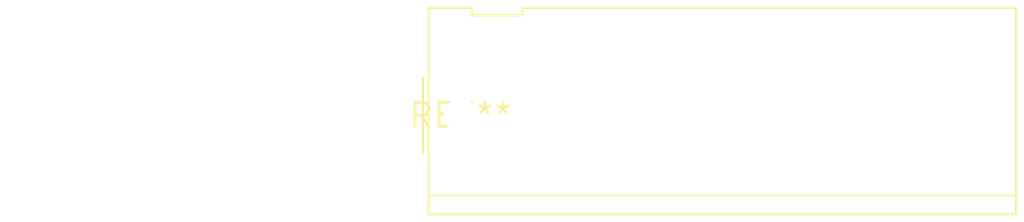
<source format=kicad_pcb>
(kicad_pcb (version 20240108) (generator pcbnew)
  (layers (0 "F.Cu" signal) (31 "B.Cu" signal) (34 "B.Paste" user) (35 "F.Paste" user) (36 "B.SilkS" user "B.Silkscreen") (37 "F.SilkS" user "F.Silkscreen") (38 "B.Mask" user) (39 "F.Mask" user) (44 "Edge.Cuts" user))
  (net 0 "")
  (footprint "Molex_KK-396_5273-08A_1x08_P3.96mm_Vertical" (layer "F.Cu") (at 0 0)
    (property "Reference" "REF**")
    (property "Value" "Molex_KK-396_5273-08A_1x08_P3.96mm_Vertical")
    (fp_line (start -2 -2) (end -2 2) (layer "F.SilkS") (stroke (width 0.12)))
    (fp_line (start -1.71 -5.71) (end 0.57 -5.71) (layer "F.SilkS") (stroke (width 0.12)))
    (fp_line (start -1.71 4.26) (end -1.71 -5.71) (layer "F.SilkS") (stroke (width 0.12)))
    (fp_line (start -1.71 4.26) (end 29.43 4.26) (layer "F.SilkS") (stroke (width 0.12)))
    (fp_line (start -1.71 5.26) (end -1.71 4.26) (layer "F.SilkS") (stroke (width 0.12)))
    (fp_line (start 0.57 -5.71) (end 0.57 -5.31) (layer "F.SilkS") (stroke (width 0.12)))
    (fp_line (start 0.57 -5.31) (end 3.27 -5.31) (layer "F.SilkS") (stroke (width 0.12)))
    (fp_line (start 3.27 -5.71) (end 29.43 -5.71) (layer "F.SilkS") (stroke (width 0.12)))
    (fp_line (start 3.27 -5.31) (end 3.27 -5.71) (layer "F.SilkS") (stroke (width 0.12)))
    (fp_line (start 29.43 -5.71) (end 29.43 5.26) (layer "F.SilkS") (stroke (width 0.12)))
    (fp_line (start 29.43 5.26) (end -1.71 5.26) (layer "F.SilkS") (stroke (width 0.12)))
    (pad "1" thru_hole roundrect (at 0 0) (size 3.16 4.2) (drill 1.8) (layers *.Cu *.Mask) (remove_unused_layers) (roundrect_rratio 0.079114))
    (pad "2" thru_hole oval (at 3.96 0) (size 3.16 4.2) (drill 1.8) (layers *.Cu *.Mask) (remove_unused_layers))
    (pad "3" thru_hole oval (at 7.92 0) (size 3.16 4.2) (drill 1.8) (layers *.Cu *.Mask) (remove_unused_layers))
    (pad "4" thru_hole oval (at 11.88 0) (size 3.16 4.2) (drill 1.8) (layers *.Cu *.Mask) (remove_unused_layers))
    (pad "5" thru_hole oval (at 15.84 0) (size 3.16 4.2) (drill 1.8) (layers *.Cu *.Mask) (remove_unused_layers))
    (pad "6" thru_hole oval (at 19.8 0) (size 3.16 4.2) (drill 1.8) (layers *.Cu *.Mask) (remove_unused_layers))
    (pad "7" thru_hole oval (at 23.76 0) (size 3.16 4.2) (drill 1.8) (layers *.Cu *.Mask) (remove_unused_layers))
    (pad "8" thru_hole oval (at 27.72 0) (size 3.16 4.2) (drill 1.8) (layers *.Cu *.Mask) (remove_unused_layers))
  )
)
</source>
